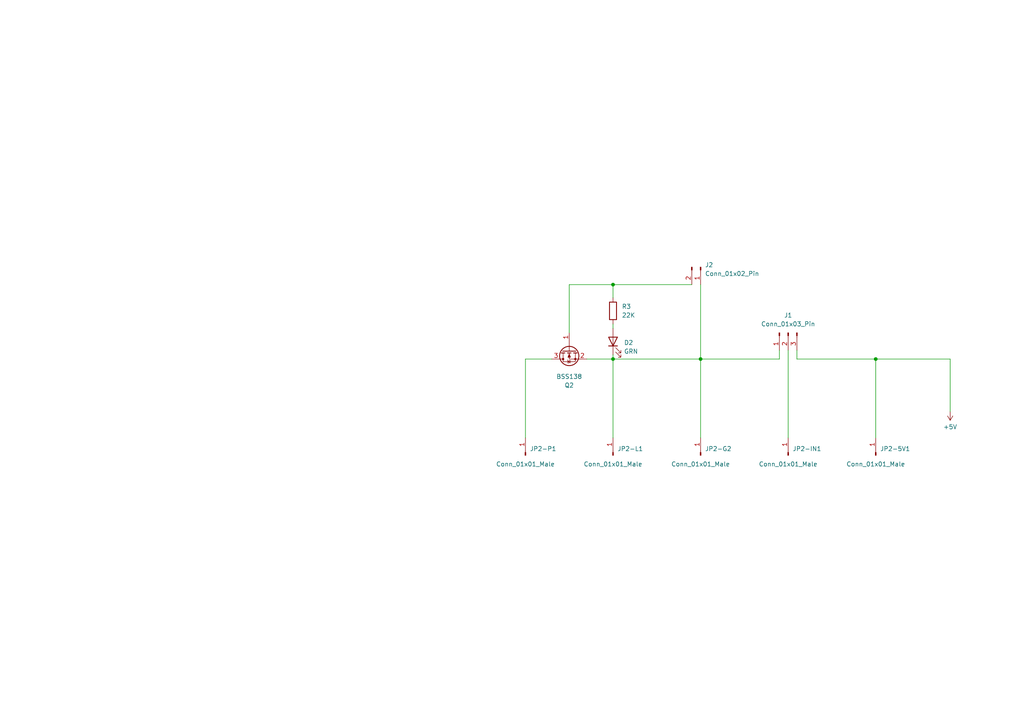
<source format=kicad_sch>
(kicad_sch (version 20231120) (generator "eeschema") (generator_version "8.0")
  (paper "A4")
  (lib_symbols
    (symbol "Connector:Conn_01x01_Male" (pin_names (offset 1.016) hide)
      (property "Reference" "J" (at 0 2.54 0))
      (property "Value" "Conn_01x01_Male" (at 0 -2.54 0))
      (symbol "Conn_01x01_Male_1_1"
        (polyline (pts (xy 1.27 0) (xy 0.8636 0)) (stroke (width 0.1524)))
        (rectangle (start 0.8636 0.127) (end 0 -0.127) (stroke (width 0.1524)) (fill (type outline)))
        (pin passive line (at 5.08 0 180) (length 3.81) (name "Pin_1") (number "1"))
      )
    )
    (symbol "Connector:Conn_01x02_Pin" (pin_names (offset 1.016) hide)
      (property "Reference" "J" (at 0 2.54 0))
      (property "Value" "Conn_01x02_Pin" (at 0 -5.08 0))
      (symbol "Conn_01x02_Pin_1_1"
        (polyline (pts (xy 1.27 -2.54) (xy 0.8636 -2.54)) (stroke (width 0.1524)))
        (polyline (pts (xy 1.27 0) (xy 0.8636 0)) (stroke (width 0.1524)))
        (rectangle (start 0.8636 -2.413) (end 0 -2.667) (stroke (width 0.1524)) (fill (type outline)))
        (rectangle (start 0.8636 0.127) (end 0 -0.127) (stroke (width 0.1524)) (fill (type outline)))
        (pin passive line (at 5.08 0 180) (length 3.81) (name "Pin_1") (number "1"))
        (pin passive line (at 5.08 -2.54 180) (length 3.81) (name "Pin_2") (number "2"))
      )
    )
    (symbol "Connector:Conn_01x03_Pin" (pin_names (offset 1.016) hide)
      (property "Reference" "J" (at 0 5.08 0))
      (property "Value" "Conn_01x03_Pin" (at 0 -5.08 0))
      (symbol "Conn_01x03_Pin_1_1"
        (polyline (pts (xy 1.27 -2.54) (xy 0.8636 -2.54)) (stroke (width 0.1524)))
        (polyline (pts (xy 1.27 0) (xy 0.8636 0)) (stroke (width 0.1524)))
        (polyline (pts (xy 1.27 2.54) (xy 0.8636 2.54)) (stroke (width 0.1524)))
        (rectangle (start 0.8636 -2.413) (end 0 -2.667) (stroke (width 0.1524)) (fill (type outline)))
        (rectangle (start 0.8636 0.127) (end 0 -0.127) (stroke (width 0.1524)) (fill (type outline)))
        (rectangle (start 0.8636 2.667) (end 0 2.413) (stroke (width 0.1524)) (fill (type outline)))
        (pin passive line (at 5.08 2.54 180) (length 3.81) (name "Pin_1") (number "1"))
        (pin passive line (at 5.08 0 180) (length 3.81) (name "Pin_2") (number "2"))
        (pin passive line (at 5.08 -2.54 180) (length 3.81) (name "Pin_3") (number "3"))
      )
    )
    (symbol "Device:LED" (pin_numbers hide) (pin_names (offset 1.016) hide)
      (property "Reference" "D" (at 0 2.54 0))
      (property "Value" "LED" (at 0 -2.54 0))
      (symbol "LED_0_1"
        (polyline (pts (xy -1.27 -1.27) (xy -1.27 1.27)) (stroke (width 0.254)))
        (polyline (pts (xy -1.27 0) (xy 1.27 0)))
        (polyline (pts (xy 1.27 -1.27) (xy 1.27 1.27) (xy -1.27 0) (xy 1.27 -1.27)) (stroke (width 0.254)))
        (polyline (pts (xy -3.048 -0.762) (xy -4.572 -2.286) (xy -3.81 -2.286) (xy -4.572 -2.286) (xy -4.572 -1.524)))
        (polyline (pts (xy -1.778 -0.762) (xy -3.302 -2.286) (xy -2.54 -2.286) (xy -3.302 -2.286) (xy -3.302 -1.524)))
      )
      (symbol "LED_1_1"
        (pin passive line (at -3.81 0 0) (length 2.54) (name "K") (number "1"))
        (pin passive line (at 3.81 0 180) (length 2.54) (name "A") (number "2"))
      )
    )
    (symbol "Device:R" (pin_numbers hide) (pin_names (offset 0))
      (property "Reference" "R" (at 2.032 0 90))
      (property "Value" "R" (at 0 0 90))
      (symbol "R_0_1"
        (rectangle (start -1.016 -2.54) (end 1.016 2.54) (stroke (width 0.254)))
      )
      (symbol "R_1_1"
        (pin passive line (at 0 3.81 270) (length 1.27) (name "~") (number "1"))
        (pin passive line (at 0 -3.81 90) (length 1.27) (name "~") (number "2"))
      )
    )
    (symbol "Transistor_FET:BSS138" (pin_names hide)
      (property "Reference" "Q" (at 5.08 1.905 0))
      (property "Value" "BSS138" (at 5.08 0 0))
      (symbol "BSS138_0_1"
        (polyline (pts (xy 0.254 0) (xy -2.54 0)))
        (polyline (pts (xy 0.254 1.905) (xy 0.254 -1.905)) (stroke (width 0.254)))
        (polyline (pts (xy 0.762 -1.27) (xy 0.762 -2.286)) (stroke (width 0.254)))
        (polyline (pts (xy 0.762 0.508) (xy 0.762 -0.508)) (stroke (width 0.254)))
        (polyline (pts (xy 0.762 2.286) (xy 0.762 1.27)) (stroke (width 0.254)))
        (polyline (pts (xy 2.54 2.54) (xy 2.54 1.778)))
        (polyline (pts (xy 2.54 -2.54) (xy 2.54 0) (xy 0.762 0)))
        (polyline (pts (xy 0.762 -1.778) (xy 3.302 -1.778) (xy 3.302 1.778) (xy 0.762 1.778)))
        (polyline (pts (xy 1.016 0) (xy 2.032 0.381) (xy 2.032 -0.381) (xy 1.016 0)) (fill (type outline)))
        (polyline (pts (xy 2.794 0.508) (xy 2.921 0.381) (xy 3.683 0.381) (xy 3.81 0.254)))
        (polyline (pts (xy 3.302 0.381) (xy 2.921 -0.254) (xy 3.683 -0.254) (xy 3.302 0.381)))
        (circle (center 1.651 0) (radius 2.794) (stroke (width 0.254)))
        (circle (center 2.54 -1.778) (radius 0.254) (fill (type outline)))
        (circle (center 2.54 1.778) (radius 0.254) (fill (type outline)))
      )
      (symbol "BSS138_1_1"
        (pin input line (at -5.08 0 0) (length 2.54) (name "G") (number "1"))
        (pin passive line (at 2.54 -5.08 90) (length 2.54) (name "S") (number "2"))
        (pin passive line (at 2.54 5.08 270) (length 2.54) (name "D") (number "3"))
      )
    )
    (symbol "power:+5V" (power) (pin_names (offset 0))
      (property "Value" "+5V" (at 0 3.556 0))
      (symbol "+5V_0_1"
        (polyline (pts (xy -0.762 1.27) (xy 0 2.54)))
        (polyline (pts (xy 0 0) (xy 0 2.54)))
        (polyline (pts (xy 0 2.54) (xy 0.762 1.27)))
      )
      (symbol "+5V_1_1"
        (pin power_in line (at 0 0 90) (length 0) hide (name "+5V") (number "1"))
      )
    )
  )
  (junction (at 177.8 82.55))
  (junction (at 177.8 104.14))
  (junction (at 203.2 104.14))
  (junction (at 254 104.14))
  (wire (pts (xy 203.2 82.55) (xy 203.2 104.14)))
  (wire (pts (xy 170.18 104.14) (xy 177.8 104.14)))
  (wire (pts (xy 275.59 104.14) (xy 275.59 119.38)))
  (wire (pts (xy 226.06 104.14) (xy 203.2 104.14)))
  (wire (pts (xy 177.8 104.14) (xy 177.8 127)))
  (wire (pts (xy 177.8 82.55) (xy 165.1 82.55)))
  (wire (pts (xy 254 104.14) (xy 275.59 104.14)))
  (wire (pts (xy 228.6 101.6) (xy 228.6 127)))
  (wire (pts (xy 203.2 104.14) (xy 177.8 104.14)))
  (wire (pts (xy 165.1 82.55) (xy 165.1 96.52)))
  (wire (pts (xy 254 104.14) (xy 254 127)))
  (wire (pts (xy 177.8 82.55) (xy 200.66 82.55)))
  (wire (pts (xy 152.4 104.14) (xy 160.02 104.14)))
  (wire (pts (xy 226.06 101.6) (xy 226.06 104.14)))
  (wire (pts (xy 177.8 82.55) (xy 177.8 86.36)))
  (wire (pts (xy 231.14 104.14) (xy 254 104.14)))
  (wire (pts (xy 152.4 104.14) (xy 152.4 127)))
  (wire (pts (xy 231.14 104.14) (xy 231.14 101.6)))
  (wire (pts (xy 177.8 102.87) (xy 177.8 104.14)))
  (wire (pts (xy 177.8 93.98) (xy 177.8 95.25)))
  (wire (pts (xy 203.2 104.14) (xy 203.2 127)))
  (symbol (lib_id "Device:R") (at 177.8 90.17 0) (unit 1)
    (property "Reference" "R3" (at 180.34 88.8999 0) (effects (justify left)))
    (property "Value" "22K" (at 180.34 91.4399 0) (effects (justify left)))
    (property "Footprint" "Resistor_THT:R_Axial_DIN0204_L3.6mm_D1.6mm_P5.08mm_Horizontal" (effects (hide yes)))
  )
  (symbol (lib_id "power:+5V") (at 275.59 119.38 180) (unit 1)
    (property "Reference" "#PWR03" (effects (hide yes)))
    (property "Value" "+5V" (at 275.59 123.825 0))
  )
  (symbol (lib_id "Connector:Conn_01x03_Pin") (at 228.6 96.52 90) (mirror x) (unit 1)
    (property "Reference" "J1" (at 228.6 91.44 90))
    (property "Value" "Conn_01x03_Pin" (at 228.6 93.98 90))
    (property "Footprint" "Connector_JST:JST_XH_B3B-XH-AM_1x03_P2.50mm_Vertical" (effects (hide yes)))
    (property "Description" "Generic connector, single row, 01x03, script generated" (effects (hide yes)))
  )
  (symbol (lib_id "Connector:Conn_01x01_Male") (at 152.4 132.08 90) (unit 1)
    (property "Reference" "JP2-P1" (at 153.67 130.1749 90) (effects (justify right)))
    (property "Value" "Conn_01x01_Male" (at 152.4 134.62 90))
    (property "Footprint" "Connector_Pin:Connector_Teeth" (effects (hide yes)))
  )
  (symbol (lib_id "Connector:Conn_01x01_Male") (at 203.2 132.08 90) (unit 1)
    (property "Reference" "JP2-G2" (at 204.47 130.1749 90) (effects (justify right)))
    (property "Value" "Conn_01x01_Male" (at 203.2 134.62 90))
    (property "Footprint" "Connector_Pin:Connector_Teeth" (effects (hide yes)))
  )
  (symbol (lib_id "Connector:Conn_01x02_Pin") (at 203.2 77.47 270) (unit 1)
    (property "Reference" "J2" (at 204.47 76.8349 90) (effects (justify left)))
    (property "Value" "Conn_01x02_Pin" (at 204.47 79.3749 90) (effects (justify left)))
    (property "Footprint" "Connector_JST:JST_XH_B2B-XH-A_1x02_P2.50mm_Vertical" (effects (hide yes)))
    (property "Description" "Generic connector, single row, 01x02, script generated" (effects (hide yes)))
  )
  (symbol (lib_id "Device:LED") (at 177.8 99.06 90) (unit 1)
    (property "Reference" "D2" (at 180.975 99.3774 90) (effects (justify right)))
    (property "Value" "GRN" (at 180.975 101.9174 90) (effects (justify right)))
    (property "Footprint" "LED_THT:LED_D3.0mm" (effects (hide yes)))
  )
  (symbol (lib_id "Transistor_FET:BSS138") (at 165.1 101.6 90) (mirror x) (unit 1)
    (property "Reference" "Q2" (at 165.1 111.76 90))
    (property "Value" "BSS138" (at 165.1 109.22 90))
    (property "Footprint" "Package_TO_SOT_SMD:SOT-23" (effects (hide yes)))
    (property "Datasheet" "https://www.onsemi.com/pub/Collateral/BSS138-D.PDF" (effects (hide yes)))
  )
  (symbol (lib_id "Connector:Conn_01x01_Male") (at 228.6 132.08 90) (unit 1)
    (property "Reference" "JP2-IN1" (at 229.87 130.1749 90) (effects (justify right)))
    (property "Value" "Conn_01x01_Male" (at 228.6 134.62 90))
    (property "Footprint" "Connector_Pin:Connector_Teeth" (effects (hide yes)))
  )
  (symbol (lib_id "Connector:Conn_01x01_Male") (at 177.8 132.08 90) (unit 1)
    (property "Reference" "JP2-L1" (at 179.07 130.1749 90) (effects (justify right)))
    (property "Value" "Conn_01x01_Male" (at 177.8 134.62 90))
    (property "Footprint" "Connector_Pin:Connector_Teeth" (effects (hide yes)))
  )
  (symbol (lib_id "Connector:Conn_01x01_Male") (at 254 132.08 90) (unit 1)
    (property "Reference" "JP2-5V1" (at 255.27 130.1749 90) (effects (justify right)))
    (property "Value" "Conn_01x01_Male" (at 254 134.62 90))
    (property "Footprint" "Connector_Pin:Connector_Teeth" (effects (hide yes)))
  )
)
</source>
